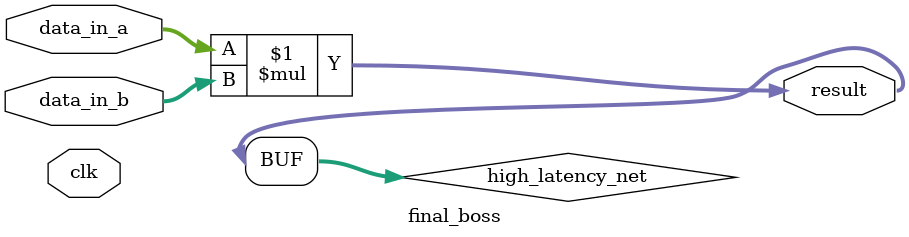
<source format=v>

module final_boss (
    input clk,
    input [63:0] data_in_a,
    input [63:0] data_in_b,
    output [63:0] result
);
    wire [63:0] high_latency_net;
    assign high_latency_net = data_in_a * data_in_b; // Mult-cycle logic
    assign result = high_latency_net;
endmodule

</source>
